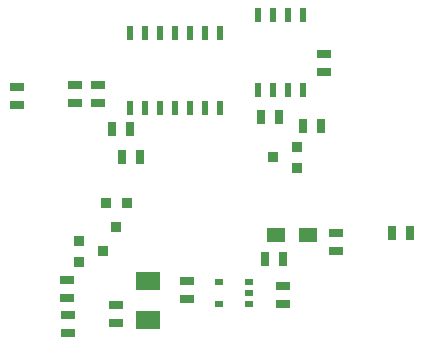
<source format=gtp>
G04 #@! TF.FileFunction,Paste,Top*
%FSLAX45Y45*%
G04 Gerber Fmt 4.5, Leading zero omitted, Abs format (unit mm)*
G04 Created by KiCad (PCBNEW 4.0.5-e0-6337~49~ubuntu14.04.1) date Wed Mar  1 14:01:14 2017*
%MOMM*%
%LPD*%
G01*
G04 APERTURE LIST*
%ADD10C,0.150000*%
%ADD11R,2.032000X1.524000*%
%ADD12R,0.508000X1.143000*%
%ADD13R,0.762000X0.508000*%
%ADD14R,1.143000X0.635000*%
%ADD15R,0.635000X1.143000*%
%ADD16R,0.914400X0.914400*%
%ADD17R,1.500000X1.300000*%
G04 APERTURE END LIST*
D10*
D11*
X7174800Y-7138900D03*
X7174800Y-7469100D03*
D12*
X8485300Y-5521500D03*
X8358300Y-5521500D03*
X8231300Y-5521500D03*
X8104300Y-5521500D03*
X8104300Y-4886500D03*
X8231300Y-4886500D03*
X8358300Y-4886500D03*
X8485300Y-4886500D03*
D13*
X8031800Y-7339250D03*
X8031800Y-7148750D03*
X7777800Y-7339250D03*
X8031800Y-7244000D03*
X7777800Y-7148750D03*
D14*
X6554800Y-5477800D03*
X6554800Y-5630200D03*
X7504800Y-7142800D03*
X7504800Y-7295200D03*
X8320800Y-7336200D03*
X8320800Y-7183800D03*
X6754800Y-5477800D03*
X6754800Y-5630200D03*
D15*
X9240600Y-6732000D03*
X9393000Y-6732000D03*
D14*
X6064800Y-5648200D03*
X6064800Y-5495800D03*
X6491800Y-7135800D03*
X6491800Y-7288200D03*
X6494800Y-7428800D03*
X6494800Y-7581200D03*
X6905800Y-7498200D03*
X6905800Y-7345800D03*
D16*
X8436400Y-6005100D03*
X8436400Y-6182900D03*
X8233200Y-6094000D03*
X6816900Y-6476400D03*
X6994700Y-6476400D03*
X6905800Y-6679600D03*
D14*
X8661400Y-5374640D03*
X8661400Y-5222240D03*
D15*
X6868600Y-5854000D03*
X7021000Y-5854000D03*
D12*
X7023800Y-5674200D03*
X7150800Y-5674200D03*
X7277800Y-5674200D03*
X7404800Y-5674200D03*
X7531800Y-5674200D03*
X7658800Y-5674200D03*
X7785800Y-5674200D03*
X7785800Y-5039200D03*
X7658800Y-5039200D03*
X7404800Y-5039200D03*
X7277800Y-5039200D03*
X7150800Y-5039200D03*
X7023800Y-5039200D03*
X7531800Y-5039200D03*
D15*
X8168600Y-6954000D03*
X8321000Y-6954000D03*
D14*
X8769800Y-6737800D03*
X8769800Y-6890200D03*
D17*
X8529800Y-6749000D03*
X8259800Y-6749000D03*
D16*
X6592200Y-6976900D03*
X6592200Y-6799100D03*
X6795400Y-6888000D03*
D15*
X8642000Y-5829000D03*
X8489600Y-5829000D03*
X8132600Y-5752000D03*
X8285000Y-5752000D03*
X6958600Y-6094000D03*
X7111000Y-6094000D03*
M02*

</source>
